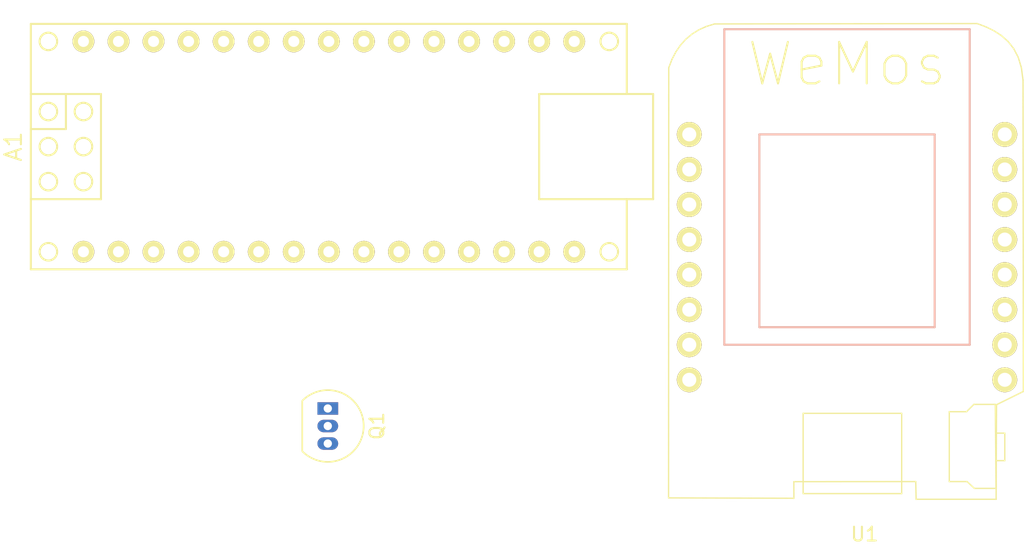
<source format=kicad_pcb>
(kicad_pcb (version 20171130) (host pcbnew "(5.1.0)-1")

  (general
    (thickness 1.6)
    (drawings 0)
    (tracks 0)
    (zones 0)
    (modules 3)
    (nets 50)
  )

  (page A4)
  (layers
    (0 F.Cu signal)
    (31 B.Cu signal)
    (32 B.Adhes user)
    (33 F.Adhes user)
    (34 B.Paste user)
    (35 F.Paste user)
    (36 B.SilkS user)
    (37 F.SilkS user)
    (38 B.Mask user)
    (39 F.Mask user)
    (40 Dwgs.User user)
    (41 Cmts.User user)
    (42 Eco1.User user)
    (43 Eco2.User user)
    (44 Edge.Cuts user)
    (45 Margin user)
    (46 B.CrtYd user)
    (47 F.CrtYd user)
    (48 B.Fab user)
    (49 F.Fab user)
  )

  (setup
    (last_trace_width 0.25)
    (trace_clearance 0.2)
    (zone_clearance 0.508)
    (zone_45_only no)
    (trace_min 0.2)
    (via_size 0.8)
    (via_drill 0.4)
    (via_min_size 0.4)
    (via_min_drill 0.3)
    (uvia_size 0.3)
    (uvia_drill 0.1)
    (uvias_allowed no)
    (uvia_min_size 0.2)
    (uvia_min_drill 0.1)
    (edge_width 0.05)
    (segment_width 0.2)
    (pcb_text_width 0.3)
    (pcb_text_size 1.5 1.5)
    (mod_edge_width 0.12)
    (mod_text_size 1 1)
    (mod_text_width 0.15)
    (pad_size 1.524 1.524)
    (pad_drill 0.762)
    (pad_to_mask_clearance 0.051)
    (solder_mask_min_width 0.25)
    (aux_axis_origin 0 0)
    (visible_elements FFFFFF7F)
    (pcbplotparams
      (layerselection 0x010fc_ffffffff)
      (usegerberextensions false)
      (usegerberattributes false)
      (usegerberadvancedattributes false)
      (creategerberjobfile false)
      (excludeedgelayer true)
      (linewidth 0.100000)
      (plotframeref false)
      (viasonmask false)
      (mode 1)
      (useauxorigin false)
      (hpglpennumber 1)
      (hpglpenspeed 20)
      (hpglpendiameter 15.000000)
      (psnegative false)
      (psa4output false)
      (plotreference true)
      (plotvalue true)
      (plotinvisibletext false)
      (padsonsilk false)
      (subtractmaskfromsilk false)
      (outputformat 1)
      (mirror false)
      (drillshape 1)
      (scaleselection 1)
      (outputdirectory ""))
  )

  (net 0 "")
  (net 1 "Net-(A1-Pad30)")
  (net 2 "Net-(A1-Pad1)")
  (net 3 "Net-(A1-Pad29)")
  (net 4 "Net-(A1-Pad2)")
  (net 5 "Net-(A1-Pad28)")
  (net 6 "Net-(A1-Pad3)")
  (net 7 "Net-(A1-Pad27)")
  (net 8 "Net-(A1-Pad4)")
  (net 9 "Net-(A1-Pad26)")
  (net 10 "Net-(A1-Pad5)")
  (net 11 "Net-(A1-Pad25)")
  (net 12 "Net-(A1-Pad6)")
  (net 13 "Net-(A1-Pad24)")
  (net 14 "Net-(A1-Pad7)")
  (net 15 "Net-(A1-Pad23)")
  (net 16 "Net-(A1-Pad8)")
  (net 17 "Net-(A1-Pad22)")
  (net 18 "Net-(A1-Pad9)")
  (net 19 "Net-(A1-Pad21)")
  (net 20 "Net-(A1-Pad10)")
  (net 21 "Net-(A1-Pad20)")
  (net 22 "Net-(A1-Pad11)")
  (net 23 "Net-(A1-Pad19)")
  (net 24 "Net-(A1-Pad12)")
  (net 25 "Net-(A1-Pad18)")
  (net 26 "Net-(A1-Pad13)")
  (net 27 "Net-(A1-Pad17)")
  (net 28 "Net-(A1-Pad14)")
  (net 29 "Net-(A1-Pad16)")
  (net 30 "Net-(A1-Pad15)")
  (net 31 "Net-(Q1-Pad2)")
  (net 32 "Net-(Q1-Pad3)")
  (net 33 "Net-(Q1-Pad1)")
  (net 34 "Net-(U1-Pad8)")
  (net 35 "Net-(U1-Pad7)")
  (net 36 "Net-(U1-Pad6)")
  (net 37 "Net-(U1-Pad5)")
  (net 38 "Net-(U1-Pad4)")
  (net 39 "Net-(U1-Pad3)")
  (net 40 "Net-(U1-Pad2)")
  (net 41 "Net-(U1-Pad1)")
  (net 42 "Net-(U1-Pad16)")
  (net 43 "Net-(U1-Pad15)")
  (net 44 "Net-(U1-Pad14)")
  (net 45 "Net-(U1-Pad13)")
  (net 46 "Net-(U1-Pad12)")
  (net 47 "Net-(U1-Pad11)")
  (net 48 "Net-(U1-Pad10)")
  (net 49 "Net-(U1-Pad9)")

  (net_class Default "Ceci est la Netclass par défaut."
    (clearance 0.2)
    (trace_width 0.25)
    (via_dia 0.8)
    (via_drill 0.4)
    (uvia_dia 0.3)
    (uvia_drill 0.1)
    (add_net "Net-(A1-Pad1)")
    (add_net "Net-(A1-Pad10)")
    (add_net "Net-(A1-Pad11)")
    (add_net "Net-(A1-Pad12)")
    (add_net "Net-(A1-Pad13)")
    (add_net "Net-(A1-Pad14)")
    (add_net "Net-(A1-Pad15)")
    (add_net "Net-(A1-Pad16)")
    (add_net "Net-(A1-Pad17)")
    (add_net "Net-(A1-Pad18)")
    (add_net "Net-(A1-Pad19)")
    (add_net "Net-(A1-Pad2)")
    (add_net "Net-(A1-Pad20)")
    (add_net "Net-(A1-Pad21)")
    (add_net "Net-(A1-Pad22)")
    (add_net "Net-(A1-Pad23)")
    (add_net "Net-(A1-Pad24)")
    (add_net "Net-(A1-Pad25)")
    (add_net "Net-(A1-Pad26)")
    (add_net "Net-(A1-Pad27)")
    (add_net "Net-(A1-Pad28)")
    (add_net "Net-(A1-Pad29)")
    (add_net "Net-(A1-Pad3)")
    (add_net "Net-(A1-Pad30)")
    (add_net "Net-(A1-Pad4)")
    (add_net "Net-(A1-Pad5)")
    (add_net "Net-(A1-Pad6)")
    (add_net "Net-(A1-Pad7)")
    (add_net "Net-(A1-Pad8)")
    (add_net "Net-(A1-Pad9)")
    (add_net "Net-(Q1-Pad1)")
    (add_net "Net-(Q1-Pad2)")
    (add_net "Net-(Q1-Pad3)")
    (add_net "Net-(U1-Pad1)")
    (add_net "Net-(U1-Pad10)")
    (add_net "Net-(U1-Pad11)")
    (add_net "Net-(U1-Pad12)")
    (add_net "Net-(U1-Pad13)")
    (add_net "Net-(U1-Pad14)")
    (add_net "Net-(U1-Pad15)")
    (add_net "Net-(U1-Pad16)")
    (add_net "Net-(U1-Pad2)")
    (add_net "Net-(U1-Pad3)")
    (add_net "Net-(U1-Pad4)")
    (add_net "Net-(U1-Pad5)")
    (add_net "Net-(U1-Pad6)")
    (add_net "Net-(U1-Pad7)")
    (add_net "Net-(U1-Pad8)")
    (add_net "Net-(U1-Pad9)")
  )

  (module IOTESP_PowerPlug_v1:arduino_nano (layer F.Cu) (tedit 5998B34A) (tstamp 5CACB974)
    (at 158.825001 130.885001)
    (path /5CAC83BE)
    (fp_text reference A1 (at -22.86 0 90) (layer F.SilkS)
      (effects (font (size 1.2 1.2) (thickness 0.15)))
    )
    (fp_text value Arduino_Nano (at 0 0) (layer F.Fab)
      (effects (font (size 1.2 1.2) (thickness 0.15)))
    )
    (fp_line (start 21.59 3.81) (end 21.59 8.89) (layer F.SilkS) (width 0.15))
    (fp_line (start 21.59 -8.89) (end 21.59 -3.81) (layer F.SilkS) (width 0.15))
    (fp_line (start 23.495 -3.81) (end 23.495 3.81) (layer F.SilkS) (width 0.15))
    (fp_line (start 23.495 3.81) (end 15.24 3.81) (layer F.SilkS) (width 0.15))
    (fp_line (start 15.24 3.81) (end 15.24 -3.81) (layer F.SilkS) (width 0.15))
    (fp_line (start 15.24 -3.81) (end 23.495 -3.81) (layer F.SilkS) (width 0.15))
    (fp_circle (center -20.32 0) (end -19.685 0) (layer F.SilkS) (width 0.15))
    (fp_circle (center -20.32 2.54) (end -19.685 2.54) (layer F.SilkS) (width 0.15))
    (fp_circle (center -17.78 2.54) (end -17.145 2.54) (layer F.SilkS) (width 0.15))
    (fp_circle (center -17.78 0) (end -17.145 0) (layer F.SilkS) (width 0.15))
    (fp_circle (center -17.78 -2.54) (end -17.145 -2.54) (layer F.SilkS) (width 0.15))
    (fp_circle (center -20.32 -2.54) (end -20.32 -1.905) (layer F.SilkS) (width 0.15))
    (fp_circle (center 20.32 7.62) (end 20.955 7.62) (layer F.SilkS) (width 0.15))
    (fp_circle (center 20.32 -7.62) (end 20.955 -7.62) (layer F.SilkS) (width 0.15))
    (fp_circle (center -20.32 7.62) (end -19.685 7.62) (layer F.SilkS) (width 0.15))
    (fp_circle (center -20.32 -7.62) (end -19.685 -7.62) (layer F.SilkS) (width 0.15))
    (fp_line (start -19.05 -3.81) (end -19.05 -1.27) (layer F.SilkS) (width 0.15))
    (fp_line (start -19.05 -1.27) (end -21.59 -1.27) (layer F.SilkS) (width 0.15))
    (fp_line (start -16.51 -3.81) (end -21.59 -3.81) (layer F.SilkS) (width 0.15))
    (fp_line (start -21.59 3.81) (end -16.51 3.81) (layer F.SilkS) (width 0.15))
    (fp_line (start -16.51 3.81) (end -16.51 -3.81) (layer F.SilkS) (width 0.15))
    (fp_line (start -21.59 -8.89) (end -21.59 8.89) (layer F.SilkS) (width 0.15))
    (fp_line (start -21.59 8.89) (end 21.59 8.89) (layer F.SilkS) (width 0.15))
    (fp_line (start 21.59 -8.89) (end -21.59 -8.89) (layer F.SilkS) (width 0.15))
    (pad 30 thru_hole circle (at -17.78 -7.62) (size 1.5748 1.5748) (drill 0.8) (layers *.Cu *.Mask F.SilkS)
      (net 1 "Net-(A1-Pad30)"))
    (pad 1 thru_hole circle (at -17.78 7.62) (size 1.5748 1.5748) (drill 0.8) (layers *.Cu *.Mask F.SilkS)
      (net 2 "Net-(A1-Pad1)"))
    (pad 29 thru_hole circle (at -15.24 -7.62) (size 1.5748 1.5748) (drill 0.8) (layers *.Cu *.Mask F.SilkS)
      (net 3 "Net-(A1-Pad29)"))
    (pad 2 thru_hole circle (at -15.24 7.62) (size 1.5748 1.5748) (drill 0.8) (layers *.Cu *.Mask F.SilkS)
      (net 4 "Net-(A1-Pad2)"))
    (pad 28 thru_hole circle (at -12.7 -7.62) (size 1.5748 1.5748) (drill 0.8) (layers *.Cu *.Mask F.SilkS)
      (net 5 "Net-(A1-Pad28)"))
    (pad 3 thru_hole circle (at -12.7 7.62) (size 1.5748 1.5748) (drill 0.8) (layers *.Cu *.Mask F.SilkS)
      (net 6 "Net-(A1-Pad3)"))
    (pad 27 thru_hole circle (at -10.16 -7.62) (size 1.5748 1.5748) (drill 0.8) (layers *.Cu *.Mask F.SilkS)
      (net 7 "Net-(A1-Pad27)"))
    (pad 4 thru_hole circle (at -10.16 7.62) (size 1.5748 1.5748) (drill 0.8) (layers *.Cu *.Mask F.SilkS)
      (net 8 "Net-(A1-Pad4)"))
    (pad 26 thru_hole circle (at -7.62 -7.62) (size 1.5748 1.5748) (drill 0.8) (layers *.Cu *.Mask F.SilkS)
      (net 9 "Net-(A1-Pad26)"))
    (pad 5 thru_hole circle (at -7.62 7.62) (size 1.5748 1.5748) (drill 0.8) (layers *.Cu *.Mask F.SilkS)
      (net 10 "Net-(A1-Pad5)"))
    (pad 25 thru_hole circle (at -5.08 -7.62) (size 1.5748 1.5748) (drill 0.8) (layers *.Cu *.Mask F.SilkS)
      (net 11 "Net-(A1-Pad25)"))
    (pad 6 thru_hole circle (at -5.08 7.62) (size 1.5748 1.5748) (drill 0.8) (layers *.Cu *.Mask F.SilkS)
      (net 12 "Net-(A1-Pad6)"))
    (pad 24 thru_hole circle (at -2.54 -7.62) (size 1.5748 1.5748) (drill 0.8) (layers *.Cu *.Mask F.SilkS)
      (net 13 "Net-(A1-Pad24)"))
    (pad 7 thru_hole circle (at -2.54 7.62) (size 1.5748 1.5748) (drill 0.8) (layers *.Cu *.Mask F.SilkS)
      (net 14 "Net-(A1-Pad7)"))
    (pad 23 thru_hole circle (at 0 -7.62) (size 1.5748 1.5748) (drill 0.8) (layers *.Cu *.Mask F.SilkS)
      (net 15 "Net-(A1-Pad23)"))
    (pad 8 thru_hole circle (at 0 7.62) (size 1.5748 1.5748) (drill 0.8) (layers *.Cu *.Mask F.SilkS)
      (net 16 "Net-(A1-Pad8)"))
    (pad 22 thru_hole circle (at 2.54 -7.62) (size 1.5748 1.5748) (drill 0.8) (layers *.Cu *.Mask F.SilkS)
      (net 17 "Net-(A1-Pad22)"))
    (pad 9 thru_hole circle (at 2.54 7.62) (size 1.5748 1.5748) (drill 0.8) (layers *.Cu *.Mask F.SilkS)
      (net 18 "Net-(A1-Pad9)"))
    (pad 21 thru_hole circle (at 5.08 -7.62) (size 1.5748 1.5748) (drill 0.8) (layers *.Cu *.Mask F.SilkS)
      (net 19 "Net-(A1-Pad21)"))
    (pad 10 thru_hole circle (at 5.08 7.62) (size 1.5748 1.5748) (drill 0.8) (layers *.Cu *.Mask F.SilkS)
      (net 20 "Net-(A1-Pad10)"))
    (pad 20 thru_hole circle (at 7.62 -7.62) (size 1.5748 1.5748) (drill 0.8) (layers *.Cu *.Mask F.SilkS)
      (net 21 "Net-(A1-Pad20)"))
    (pad 11 thru_hole circle (at 7.62 7.62) (size 1.5748 1.5748) (drill 0.8) (layers *.Cu *.Mask F.SilkS)
      (net 22 "Net-(A1-Pad11)"))
    (pad 19 thru_hole circle (at 10.16 -7.62) (size 1.5748 1.5748) (drill 0.8) (layers *.Cu *.Mask F.SilkS)
      (net 23 "Net-(A1-Pad19)"))
    (pad 12 thru_hole circle (at 10.16 7.62) (size 1.5748 1.5748) (drill 0.8) (layers *.Cu *.Mask F.SilkS)
      (net 24 "Net-(A1-Pad12)"))
    (pad 18 thru_hole circle (at 12.7 -7.62) (size 1.5748 1.5748) (drill 0.8) (layers *.Cu *.Mask F.SilkS)
      (net 25 "Net-(A1-Pad18)"))
    (pad 13 thru_hole circle (at 12.7 7.62) (size 1.5748 1.5748) (drill 0.8) (layers *.Cu *.Mask F.SilkS)
      (net 26 "Net-(A1-Pad13)"))
    (pad 17 thru_hole circle (at 15.24 -7.62) (size 1.5748 1.5748) (drill 0.8) (layers *.Cu *.Mask F.SilkS)
      (net 27 "Net-(A1-Pad17)"))
    (pad 14 thru_hole circle (at 15.24 7.62) (size 1.5748 1.5748) (drill 0.8) (layers *.Cu *.Mask F.SilkS)
      (net 28 "Net-(A1-Pad14)"))
    (pad 16 thru_hole circle (at 17.78 -7.62) (size 1.5748 1.5748) (drill 0.8) (layers *.Cu *.Mask F.SilkS)
      (net 29 "Net-(A1-Pad16)"))
    (pad 15 thru_hole circle (at 17.78 7.62) (size 1.5748 1.5748) (drill 0.8) (layers *.Cu *.Mask F.SilkS)
      (net 30 "Net-(A1-Pad15)"))
  )

  (module TO_SOT_Packages_THT:TO-92_Inline_Narrow_Oval (layer F.Cu) (tedit 58CE52AF) (tstamp 5CACB986)
    (at 158.75 149.86 270)
    (descr "TO-92 leads in-line, narrow, oval pads, drill 0.6mm (see NXP sot054_po.pdf)")
    (tags "to-92 sc-43 sc-43a sot54 PA33 transistor")
    (path /5CAC9B58)
    (fp_text reference Q1 (at 1.27 -3.56 270) (layer F.SilkS)
      (effects (font (size 1 1) (thickness 0.15)))
    )
    (fp_text value 2N7000 (at 1.27 2.79 270) (layer F.Fab)
      (effects (font (size 1 1) (thickness 0.15)))
    )
    (fp_text user %R (at 1.27 -3.56 270) (layer F.Fab)
      (effects (font (size 1 1) (thickness 0.15)))
    )
    (fp_line (start -0.53 1.85) (end 3.07 1.85) (layer F.SilkS) (width 0.12))
    (fp_line (start -0.5 1.75) (end 3 1.75) (layer F.Fab) (width 0.1))
    (fp_line (start -1.46 -2.73) (end 4 -2.73) (layer F.CrtYd) (width 0.05))
    (fp_line (start -1.46 -2.73) (end -1.46 2.01) (layer F.CrtYd) (width 0.05))
    (fp_line (start 4 2.01) (end 4 -2.73) (layer F.CrtYd) (width 0.05))
    (fp_line (start 4 2.01) (end -1.46 2.01) (layer F.CrtYd) (width 0.05))
    (fp_arc (start 1.27 0) (end 1.27 -2.48) (angle 135) (layer F.Fab) (width 0.1))
    (fp_arc (start 1.27 0) (end 1.27 -2.6) (angle -135) (layer F.SilkS) (width 0.12))
    (fp_arc (start 1.27 0) (end 1.27 -2.48) (angle -135) (layer F.Fab) (width 0.1))
    (fp_arc (start 1.27 0) (end 1.27 -2.6) (angle 135) (layer F.SilkS) (width 0.12))
    (pad 2 thru_hole oval (at 1.27 0 90) (size 0.9 1.5) (drill 0.6) (layers *.Cu *.Mask)
      (net 31 "Net-(Q1-Pad2)"))
    (pad 3 thru_hole oval (at 2.54 0 90) (size 0.9 1.5) (drill 0.6) (layers *.Cu *.Mask)
      (net 32 "Net-(Q1-Pad3)"))
    (pad 1 thru_hole rect (at 0 0 90) (size 0.9 1.5) (drill 0.6) (layers *.Cu *.Mask)
      (net 33 "Net-(Q1-Pad1)"))
    (model ${KISYS3DMOD}/TO_SOT_Packages_THT.3dshapes/TO-92_Inline_Narrow_Oval.wrl
      (offset (xyz 1.269999980926514 0 0))
      (scale (xyz 1 1 1))
      (rotate (xyz 0 0 -90))
    )
  )

  (module IOTESP_PowerPlug_v1:D1_mini_board (layer F.Cu) (tedit 5766F65E) (tstamp 5CACB9CC)
    (at 196.370194 140.161735)
    (path /5CAC789D)
    (fp_text reference U1 (at 1.27 18.81) (layer F.SilkS)
      (effects (font (size 1 1) (thickness 0.15)))
    )
    (fp_text value WeMos_mini (at 1.27 -19.05) (layer F.Fab)
      (effects (font (size 1 1) (thickness 0.15)))
    )
    (fp_text user WeMos (at 0 -15.24) (layer F.SilkS)
      (effects (font (size 3 3) (thickness 0.15)))
    )
    (fp_line (start -6.35 3.81) (end -6.35 -10.16) (layer B.SilkS) (width 0.15))
    (fp_line (start -6.35 -10.16) (end 6.35 -10.16) (layer B.SilkS) (width 0.15))
    (fp_line (start 6.35 -10.16) (end 6.35 3.81) (layer B.SilkS) (width 0.15))
    (fp_line (start 6.35 3.81) (end -6.35 3.81) (layer B.SilkS) (width 0.15))
    (fp_line (start -8.89 5.08) (end 8.89 5.08) (layer B.SilkS) (width 0.15))
    (fp_line (start 8.89 5.08) (end 8.89 -17.78) (layer B.SilkS) (width 0.15))
    (fp_line (start 8.89 -17.78) (end -8.89 -17.78) (layer B.SilkS) (width 0.15))
    (fp_line (start -8.89 -17.78) (end -8.89 5.08) (layer B.SilkS) (width 0.15))
    (fp_line (start 10.817472 16.277228) (end 5.00618 16.277228) (layer F.SilkS) (width 0.1))
    (fp_line (start 5.00618 16.277228) (end 4.979849 14.993795) (layer F.SilkS) (width 0.1))
    (fp_line (start 4.979849 14.993795) (end -3.851373 15.000483) (layer F.SilkS) (width 0.1))
    (fp_line (start -3.851373 15.000483) (end -3.849397 16.202736) (layer F.SilkS) (width 0.1))
    (fp_line (start -3.849397 16.202736) (end -12.930193 16.176658) (layer F.SilkS) (width 0.1))
    (fp_line (start -12.930193 16.176658) (end -12.916195 -14.993493) (layer F.SilkS) (width 0.1))
    (fp_line (start -12.916195 -14.993493) (end -12.683384 -15.596286) (layer F.SilkS) (width 0.1))
    (fp_line (start -12.683384 -15.596286) (end -12.399901 -16.141167) (layer F.SilkS) (width 0.1))
    (fp_line (start -12.399901 -16.141167) (end -12.065253 -16.627577) (layer F.SilkS) (width 0.1))
    (fp_line (start -12.065253 -16.627577) (end -11.678953 -17.054952) (layer F.SilkS) (width 0.1))
    (fp_line (start -11.678953 -17.054952) (end -11.240512 -17.422741) (layer F.SilkS) (width 0.1))
    (fp_line (start -11.240512 -17.422741) (end -10.74944 -17.730377) (layer F.SilkS) (width 0.1))
    (fp_line (start -10.74944 -17.730377) (end -10.20525 -17.97731) (layer F.SilkS) (width 0.1))
    (fp_line (start -10.20525 -17.97731) (end -9.607453 -18.162976) (layer F.SilkS) (width 0.1))
    (fp_line (start -9.607453 -18.162976) (end 9.43046 -18.191734) (layer F.SilkS) (width 0.1))
    (fp_line (start 9.43046 -18.191734) (end 10.049824 -17.957741) (layer F.SilkS) (width 0.1))
    (fp_line (start 10.049824 -17.957741) (end 10.638018 -17.673258) (layer F.SilkS) (width 0.1))
    (fp_line (start 10.638018 -17.673258) (end 11.181445 -17.323743) (layer F.SilkS) (width 0.1))
    (fp_line (start 11.181445 -17.323743) (end 11.666503 -16.894658) (layer F.SilkS) (width 0.1))
    (fp_line (start 11.666503 -16.894658) (end 12.079595 -16.37146) (layer F.SilkS) (width 0.1))
    (fp_line (start 12.079595 -16.37146) (end 12.407122 -15.739613) (layer F.SilkS) (width 0.1))
    (fp_line (start 12.407122 -15.739613) (end 12.635482 -14.984575) (layer F.SilkS) (width 0.1))
    (fp_line (start 12.635482 -14.984575) (end 12.751078 -14.091807) (layer F.SilkS) (width 0.1))
    (fp_line (start 12.751078 -14.091807) (end 12.776026 8.463285) (layer F.SilkS) (width 0.1))
    (fp_line (start 12.776026 8.463285) (end 10.83248 9.424181) (layer F.SilkS) (width 0.1))
    (fp_line (start 10.83248 9.424181) (end 10.802686 16.232524) (layer F.SilkS) (width 0.1))
    (fp_line (start -3.17965 10.051451) (end 3.959931 10.051451) (layer F.SilkS) (width 0.1))
    (fp_line (start 3.959931 10.051451) (end 3.959931 15.865188) (layer F.SilkS) (width 0.1))
    (fp_line (start 3.959931 15.865188) (end -3.17965 15.865188) (layer F.SilkS) (width 0.1))
    (fp_line (start -3.17965 15.865188) (end -3.17965 10.051451) (layer F.SilkS) (width 0.1))
    (fp_line (start 10.7436 9.402349) (end 9.191378 9.402349) (layer F.SilkS) (width 0.1))
    (fp_line (start 9.191378 9.402349) (end 8.662211 9.931515) (layer F.SilkS) (width 0.1))
    (fp_line (start 8.662211 9.931515) (end 7.40985 9.931515) (layer F.SilkS) (width 0.1))
    (fp_line (start 7.40985 9.931515) (end 7.40985 14.993876) (layer F.SilkS) (width 0.1))
    (fp_line (start 7.40985 14.993876) (end 8.697489 14.993876) (layer F.SilkS) (width 0.1))
    (fp_line (start 8.697489 14.993876) (end 9.226656 15.487765) (layer F.SilkS) (width 0.1))
    (fp_line (start 9.226656 15.487765) (end 10.796517 15.487765) (layer F.SilkS) (width 0.1))
    (fp_line (start 10.796517 15.487765) (end 10.7436 9.402349) (layer F.SilkS) (width 0.1))
    (fp_line (start 10.778878 11.483738) (end 11.431517 11.483738) (layer F.SilkS) (width 0.1))
    (fp_line (start 11.431517 11.483738) (end 11.431517 13.476932) (layer F.SilkS) (width 0.1))
    (fp_line (start 11.431517 13.476932) (end 10.814156 13.476932) (layer F.SilkS) (width 0.1))
    (pad 8 thru_hole circle (at -11.43 -10.16) (size 1.8 1.8) (drill 1.016) (layers *.Cu *.Mask F.SilkS)
      (net 34 "Net-(U1-Pad8)"))
    (pad 7 thru_hole circle (at -11.43 -7.62) (size 1.8 1.8) (drill 1.016) (layers *.Cu *.Mask F.SilkS)
      (net 35 "Net-(U1-Pad7)"))
    (pad 6 thru_hole circle (at -11.43 -5.08) (size 1.8 1.8) (drill 1.016) (layers *.Cu *.Mask F.SilkS)
      (net 36 "Net-(U1-Pad6)"))
    (pad 5 thru_hole circle (at -11.43 -2.54) (size 1.8 1.8) (drill 1.016) (layers *.Cu *.Mask F.SilkS)
      (net 37 "Net-(U1-Pad5)"))
    (pad 4 thru_hole circle (at -11.43 0) (size 1.8 1.8) (drill 1.016) (layers *.Cu *.Mask F.SilkS)
      (net 38 "Net-(U1-Pad4)"))
    (pad 3 thru_hole circle (at -11.43 2.54) (size 1.8 1.8) (drill 1.016) (layers *.Cu *.Mask F.SilkS)
      (net 39 "Net-(U1-Pad3)"))
    (pad 2 thru_hole circle (at -11.43 5.08) (size 1.8 1.8) (drill 1.016) (layers *.Cu *.Mask F.SilkS)
      (net 40 "Net-(U1-Pad2)"))
    (pad 1 thru_hole circle (at -11.43 7.62) (size 1.8 1.8) (drill 1.016) (layers *.Cu *.Mask F.SilkS)
      (net 41 "Net-(U1-Pad1)"))
    (pad 16 thru_hole circle (at 11.43 7.62) (size 1.8 1.8) (drill 1.016) (layers *.Cu *.Mask F.SilkS)
      (net 42 "Net-(U1-Pad16)"))
    (pad 15 thru_hole circle (at 11.43 5.08) (size 1.8 1.8) (drill 1.016) (layers *.Cu *.Mask F.SilkS)
      (net 43 "Net-(U1-Pad15)"))
    (pad 14 thru_hole circle (at 11.43 2.54) (size 1.8 1.8) (drill 1.016) (layers *.Cu *.Mask F.SilkS)
      (net 44 "Net-(U1-Pad14)"))
    (pad 13 thru_hole circle (at 11.43 0) (size 1.8 1.8) (drill 1.016) (layers *.Cu *.Mask F.SilkS)
      (net 45 "Net-(U1-Pad13)"))
    (pad 12 thru_hole circle (at 11.43 -2.54) (size 1.8 1.8) (drill 1.016) (layers *.Cu *.Mask F.SilkS)
      (net 46 "Net-(U1-Pad12)"))
    (pad 11 thru_hole circle (at 11.43 -5.08) (size 1.8 1.8) (drill 1.016) (layers *.Cu *.Mask F.SilkS)
      (net 47 "Net-(U1-Pad11)"))
    (pad 10 thru_hole circle (at 11.43 -7.62) (size 1.8 1.8) (drill 1.016) (layers *.Cu *.Mask F.SilkS)
      (net 48 "Net-(U1-Pad10)"))
    (pad 9 thru_hole circle (at 11.43 -10.16) (size 1.8 1.8) (drill 1.016) (layers *.Cu *.Mask F.SilkS)
      (net 49 "Net-(U1-Pad9)"))
  )

)

</source>
